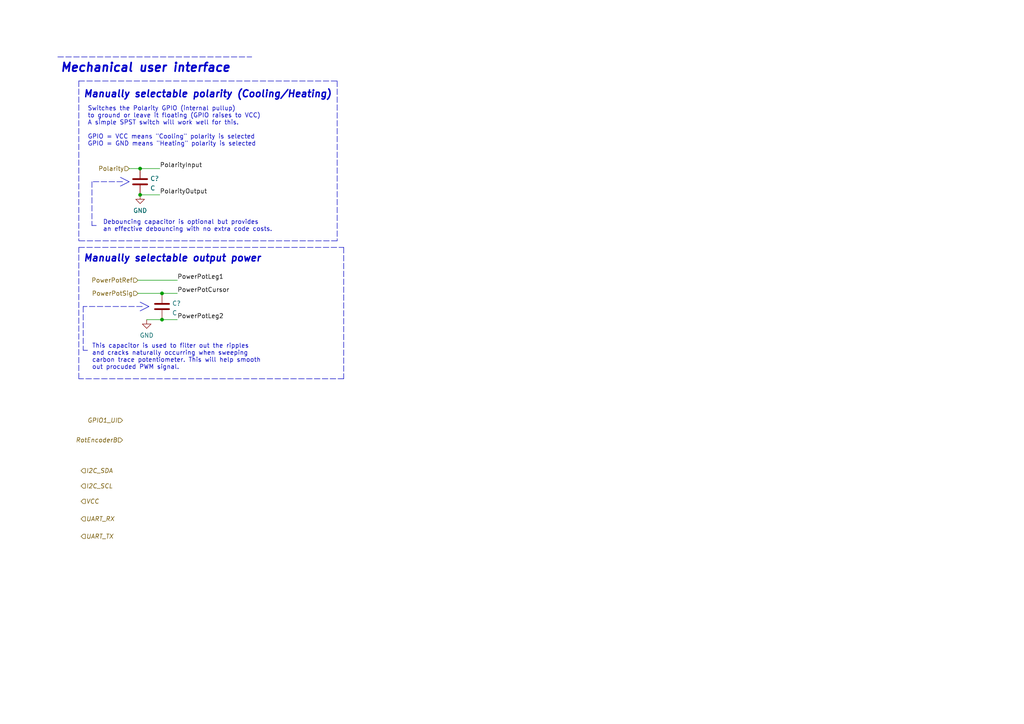
<source format=kicad_sch>
(kicad_sch (version 20211123) (generator eeschema)
  (paper "A4")
  (lib_symbols
    (symbol "Device:C" (pin_numbers hide) (pin_names (offset 0.254))
      (property "Reference" "C" (at 0.635 2.54 0))
      (property "Value" "C" (at 0.635 -2.54 0))
      (symbol "C_0_1"
        (polyline (pts (xy -2.032 -0.762) (xy 2.032 -0.762)) (stroke (width 0.508)))
        (polyline (pts (xy -2.032 0.762) (xy 2.032 0.762)) (stroke (width 0.508)))
      )
      (symbol "C_1_1"
        (pin passive line (at 0 3.81 270) (length 2.794) (name "~") (number "1"))
        (pin passive line (at 0 -3.81 90) (length 2.794) (name "~") (number "2"))
      )
    )
    (symbol "power:GND" (power) (pin_names (offset 0))
      (property "Value" "GND" (at 0 -3.81 0))
      (symbol "GND_0_1"
        (polyline (pts (xy 0 0) (xy 0 -1.27) (xy 1.27 -1.27) (xy 0 -2.54) (xy -1.27 -1.27) (xy 0 -1.27)))
      )
      (symbol "GND_1_1"
        (pin power_in line (at 0 0 270) (length 0) hide (name "GND") (number "1"))
      )
    )
  )
  (junction (at 40.64 56.515))
  (junction (at 46.99 85.09))
  (junction (at 46.99 92.71))
  (junction (at 40.64 48.895))
  (wire (pts (xy 40.64 56.515) (xy 46.355 56.515)))
  (wire (pts (xy 46.99 92.71) (xy 51.435 92.71)))
  (polyline (pts (xy 34.925 51.435) (xy 37.465 52.705)) (stroke (width 0) (type solid)))
  (polyline (pts (xy 97.79 23.495) (xy 97.79 69.85)))
  (polyline (pts (xy 22.86 109.855) (xy 22.86 71.755)))
  (polyline (pts (xy 22.86 23.495) (xy 22.86 69.85)))
  (polyline (pts (xy 16.764 16.51) (xy 73.025 16.51)))
  (polyline (pts (xy 35.56 52.705) (xy 26.67 52.705)))
  (wire (pts (xy 46.99 85.09) (xy 51.435 85.09)))
  (polyline (pts (xy 41.275 88.9) (xy 24.13 88.9)))
  (polyline (pts (xy 97.79 69.85) (xy 22.86 69.85)))
  (polyline (pts (xy 26.67 52.705) (xy 26.67 65.405)))
  (polyline (pts (xy 22.86 23.495) (xy 97.79 23.495)))
  (polyline (pts (xy 24.13 88.9) (xy 24.13 101.6)))
  (wire (pts (xy 42.545 92.71) (xy 46.99 92.71)))
  (polyline (pts (xy 43.18 88.9) (xy 40.64 90.17)) (stroke (width 0) (type solid)))
  (polyline (pts (xy 40.64 87.63) (xy 43.18 88.9)) (stroke (width 0) (type solid)))
  (wire (pts (xy 40.64 48.895) (xy 46.355 48.895)))
  (wire (pts (xy 40.005 81.28) (xy 51.435 81.28)))
  (polyline (pts (xy 26.67 65.405) (xy 27.94 65.405)))
  (polyline (pts (xy 24.13 101.6) (xy 25.4 101.6)))
  (wire (pts (xy 37.465 48.895) (xy 40.64 48.895)))
  (polyline (pts (xy 99.695 71.755) (xy 99.695 109.855)))
  (polyline (pts (xy 22.86 71.755) (xy 99.695 71.755)))
  (polyline (pts (xy 37.465 52.705) (xy 34.925 53.975)) (stroke (width 0) (type solid)))
  (wire (pts (xy 40.005 85.09) (xy 46.99 85.09)))
  (polyline (pts (xy 99.695 109.855) (xy 22.86 109.855)))
  (text "Manually selectable polarity (Cooling/Heating)" (at 24.13 28.575 0) (effects (font (size 2 2) (thickness 0.4) bold italic) (justify left bottom)))
  (text "Debouncing capacitor is optional but provides\nan effective debouncing with no extra code costs." (at 29.845 67.31 0) (effects (font (size 1.27 1.27)) (justify left bottom)))
  (text "Manually selectable output power" (at 24.13 76.2 0) (effects (font (size 2 2) (thickness 0.4) bold italic) (justify left bottom)))
  (text "Switches the Polarity GPIO (internal pullup)\nto ground or leave it floating (GPIO raises to VCC)\nA simple SPST switch will work well for this.\n\nGPIO = VCC means \"Cooling\" polarity is selected\nGPIO = GND means \"Heating\" polarity is selected" (at 25.4 42.545 0) (effects (font (size 1.27 1.27)) (justify left bottom)))
  (text "Mechanical user interface" (at 17.399 21.209 0) (effects (font (size 2.4892 2.4892) (thickness 0.4978) bold italic) (justify left bottom)))
  (text "This capacitor is used to filter out the ripples\nand cracks naturally occurring when sweeping\ncarbon trace potentiometer. This will help smooth\nout procuded PWM signal." (at 26.67 107.315 0) (effects (font (size 1.27 1.27)) (justify left bottom)))
  (label "PowerPotCursor" (at 51.435 85.09 0))
  (label "PowerPotLeg1" (at 51.435 81.28 0))
  (label "PowerPotLeg2" (at 51.435 92.71 0))
  (label "PolarityInput" (at 46.355 48.895 0))
  (label "PolarityOutput" (at 46.355 56.515 0))
  (hierarchical_label "PowerPotRef" (shape input) (at 40.005 81.28 180))
  (hierarchical_label "GPIO1_UI" (shape input) (at 35.56 121.92 180) (effects (font italic)))
  (hierarchical_label "I2C_SCL" (shape input) (at 23.495 140.97 0) (effects (font italic)))
  (hierarchical_label "Polarity" (shape input) (at 37.465 48.895 180))
  (hierarchical_label "PowerPotSig" (shape input) (at 40.005 85.09 180))
  (hierarchical_label "VCC" (shape input) (at 23.495 145.415 0) (effects (font italic)))
  (hierarchical_label "RotEncoderB" (shape input) (at 35.56 127.635 180) (effects (font italic)))
  (hierarchical_label "UART_TX" (shape input) (at 23.495 155.575 0) (effects (font italic)))
  (hierarchical_label "UART_RX" (shape input) (at 23.495 150.495 0) (effects (font italic)))
  (hierarchical_label "I2C_SDA" (shape input) (at 23.495 136.525 0) (effects (font italic)))
  (symbol (lib_id "Device:C") (at 46.99 88.9 0) (unit 1)
    (property "Reference" "C?" (at 49.911 87.9915 0) (effects (justify left)))
    (property "Value" "C" (at 49.911 90.7666 0) (effects (justify left)))
  )
  (symbol (lib_id "power:GND") (at 42.545 92.71 0) (unit 1)
    (property "Reference" "#PWR0113" (effects hide))
    (property "Value" "GND" (at 42.545 97.2725 0))
  )
  (symbol (lib_id "Device:C") (at 40.64 52.705 0) (unit 1)
    (property "Reference" "C?" (at 43.561 51.7965 0) (effects (justify left)))
    (property "Value" "C" (at 43.561 54.5716 0) (effects (justify left)))
  )
  (symbol (lib_id "power:GND") (at 40.64 56.515 0) (unit 1)
    (property "Reference" "#PWR0112" (effects hide))
    (property "Value" "GND" (at 40.64 61.0775 0))
  )
)
</source>
